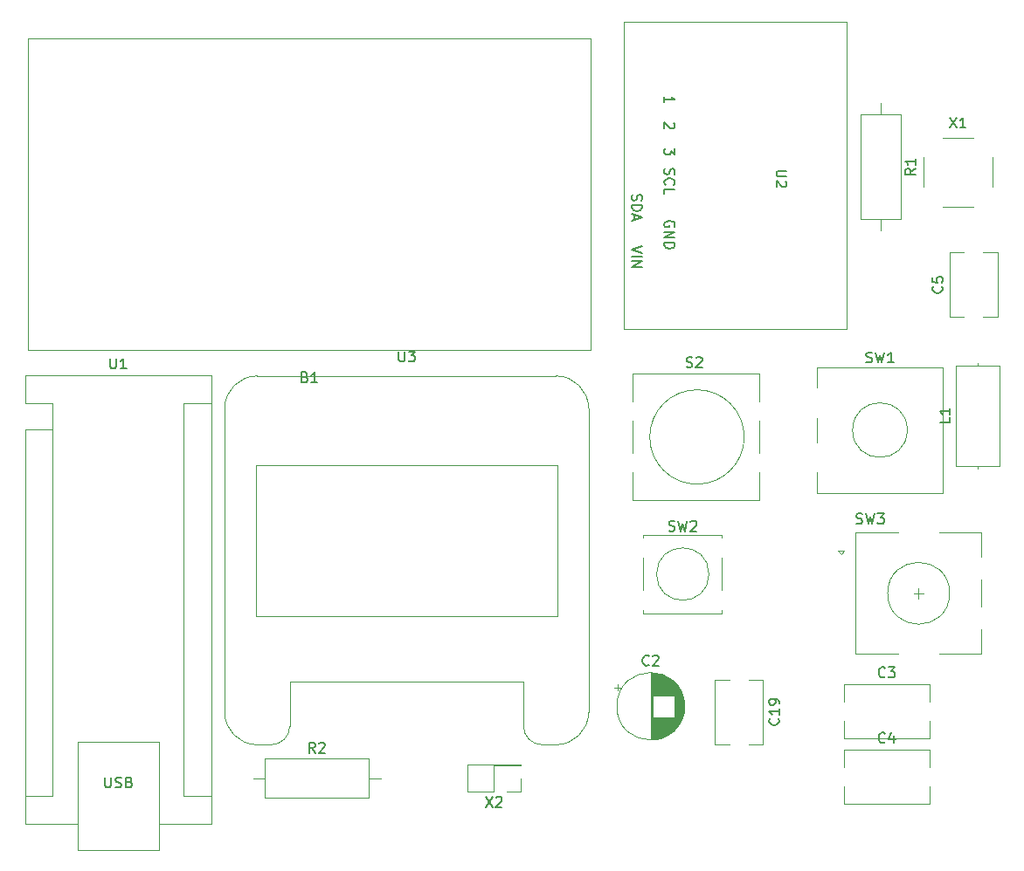
<source format=gbr>
%TF.GenerationSoftware,KiCad,Pcbnew,7.0.7*%
%TF.CreationDate,2023-09-11T10:40:39+02:00*%
%TF.ProjectId,Nano_vfo,4e616e6f-5f76-4666-9f2e-6b696361645f,rev?*%
%TF.SameCoordinates,Original*%
%TF.FileFunction,Legend,Top*%
%TF.FilePolarity,Positive*%
%FSLAX46Y46*%
G04 Gerber Fmt 4.6, Leading zero omitted, Abs format (unit mm)*
G04 Created by KiCad (PCBNEW 7.0.7) date 2023-09-11 10:40:39*
%MOMM*%
%LPD*%
G01*
G04 APERTURE LIST*
%ADD10C,0.150000*%
%ADD11C,0.120000*%
G04 APERTURE END LIST*
D10*
X200570180Y-45974095D02*
X199760657Y-45974095D01*
X199760657Y-45974095D02*
X199665419Y-46021714D01*
X199665419Y-46021714D02*
X199617800Y-46069333D01*
X199617800Y-46069333D02*
X199570180Y-46164571D01*
X199570180Y-46164571D02*
X199570180Y-46355047D01*
X199570180Y-46355047D02*
X199617800Y-46450285D01*
X199617800Y-46450285D02*
X199665419Y-46497904D01*
X199665419Y-46497904D02*
X199760657Y-46545523D01*
X199760657Y-46545523D02*
X200570180Y-46545523D01*
X200474942Y-46974095D02*
X200522561Y-47021714D01*
X200522561Y-47021714D02*
X200570180Y-47116952D01*
X200570180Y-47116952D02*
X200570180Y-47355047D01*
X200570180Y-47355047D02*
X200522561Y-47450285D01*
X200522561Y-47450285D02*
X200474942Y-47497904D01*
X200474942Y-47497904D02*
X200379704Y-47545523D01*
X200379704Y-47545523D02*
X200284466Y-47545523D01*
X200284466Y-47545523D02*
X200141609Y-47497904D01*
X200141609Y-47497904D02*
X199570180Y-46926476D01*
X199570180Y-46926476D02*
X199570180Y-47545523D01*
X189725180Y-43802541D02*
X189725180Y-44421588D01*
X189725180Y-44421588D02*
X189344228Y-44088255D01*
X189344228Y-44088255D02*
X189344228Y-44231112D01*
X189344228Y-44231112D02*
X189296609Y-44326350D01*
X189296609Y-44326350D02*
X189248990Y-44373969D01*
X189248990Y-44373969D02*
X189153752Y-44421588D01*
X189153752Y-44421588D02*
X188915657Y-44421588D01*
X188915657Y-44421588D02*
X188820419Y-44373969D01*
X188820419Y-44373969D02*
X188772800Y-44326350D01*
X188772800Y-44326350D02*
X188725180Y-44231112D01*
X188725180Y-44231112D02*
X188725180Y-43945398D01*
X188725180Y-43945398D02*
X188772800Y-43850160D01*
X188772800Y-43850160D02*
X188820419Y-43802541D01*
X185597800Y-48295160D02*
X185550180Y-48438017D01*
X185550180Y-48438017D02*
X185550180Y-48676112D01*
X185550180Y-48676112D02*
X185597800Y-48771350D01*
X185597800Y-48771350D02*
X185645419Y-48818969D01*
X185645419Y-48818969D02*
X185740657Y-48866588D01*
X185740657Y-48866588D02*
X185835895Y-48866588D01*
X185835895Y-48866588D02*
X185931133Y-48818969D01*
X185931133Y-48818969D02*
X185978752Y-48771350D01*
X185978752Y-48771350D02*
X186026371Y-48676112D01*
X186026371Y-48676112D02*
X186073990Y-48485636D01*
X186073990Y-48485636D02*
X186121609Y-48390398D01*
X186121609Y-48390398D02*
X186169228Y-48342779D01*
X186169228Y-48342779D02*
X186264466Y-48295160D01*
X186264466Y-48295160D02*
X186359704Y-48295160D01*
X186359704Y-48295160D02*
X186454942Y-48342779D01*
X186454942Y-48342779D02*
X186502561Y-48390398D01*
X186502561Y-48390398D02*
X186550180Y-48485636D01*
X186550180Y-48485636D02*
X186550180Y-48723731D01*
X186550180Y-48723731D02*
X186502561Y-48866588D01*
X185550180Y-49295160D02*
X186550180Y-49295160D01*
X186550180Y-49295160D02*
X186550180Y-49533255D01*
X186550180Y-49533255D02*
X186502561Y-49676112D01*
X186502561Y-49676112D02*
X186407323Y-49771350D01*
X186407323Y-49771350D02*
X186312085Y-49818969D01*
X186312085Y-49818969D02*
X186121609Y-49866588D01*
X186121609Y-49866588D02*
X185978752Y-49866588D01*
X185978752Y-49866588D02*
X185788276Y-49818969D01*
X185788276Y-49818969D02*
X185693038Y-49771350D01*
X185693038Y-49771350D02*
X185597800Y-49676112D01*
X185597800Y-49676112D02*
X185550180Y-49533255D01*
X185550180Y-49533255D02*
X185550180Y-49295160D01*
X185835895Y-50247541D02*
X185835895Y-50723731D01*
X185550180Y-50152303D02*
X186550180Y-50485636D01*
X186550180Y-50485636D02*
X185550180Y-50818969D01*
X186550180Y-53279922D02*
X185550180Y-53613255D01*
X185550180Y-53613255D02*
X186550180Y-53946588D01*
X185550180Y-54279922D02*
X186550180Y-54279922D01*
X185550180Y-54756112D02*
X186550180Y-54756112D01*
X186550180Y-54756112D02*
X185550180Y-55327540D01*
X185550180Y-55327540D02*
X186550180Y-55327540D01*
X188725180Y-39341588D02*
X188725180Y-38770160D01*
X188725180Y-39055874D02*
X189725180Y-39055874D01*
X189725180Y-39055874D02*
X189582323Y-38960636D01*
X189582323Y-38960636D02*
X189487085Y-38865398D01*
X189487085Y-38865398D02*
X189439466Y-38770160D01*
X189629942Y-41310160D02*
X189677561Y-41357779D01*
X189677561Y-41357779D02*
X189725180Y-41453017D01*
X189725180Y-41453017D02*
X189725180Y-41691112D01*
X189725180Y-41691112D02*
X189677561Y-41786350D01*
X189677561Y-41786350D02*
X189629942Y-41833969D01*
X189629942Y-41833969D02*
X189534704Y-41881588D01*
X189534704Y-41881588D02*
X189439466Y-41881588D01*
X189439466Y-41881588D02*
X189296609Y-41833969D01*
X189296609Y-41833969D02*
X188725180Y-41262541D01*
X188725180Y-41262541D02*
X188725180Y-41881588D01*
X189677561Y-51406588D02*
X189725180Y-51311350D01*
X189725180Y-51311350D02*
X189725180Y-51168493D01*
X189725180Y-51168493D02*
X189677561Y-51025636D01*
X189677561Y-51025636D02*
X189582323Y-50930398D01*
X189582323Y-50930398D02*
X189487085Y-50882779D01*
X189487085Y-50882779D02*
X189296609Y-50835160D01*
X189296609Y-50835160D02*
X189153752Y-50835160D01*
X189153752Y-50835160D02*
X188963276Y-50882779D01*
X188963276Y-50882779D02*
X188868038Y-50930398D01*
X188868038Y-50930398D02*
X188772800Y-51025636D01*
X188772800Y-51025636D02*
X188725180Y-51168493D01*
X188725180Y-51168493D02*
X188725180Y-51263731D01*
X188725180Y-51263731D02*
X188772800Y-51406588D01*
X188772800Y-51406588D02*
X188820419Y-51454207D01*
X188820419Y-51454207D02*
X189153752Y-51454207D01*
X189153752Y-51454207D02*
X189153752Y-51263731D01*
X188725180Y-51882779D02*
X189725180Y-51882779D01*
X189725180Y-51882779D02*
X188725180Y-52454207D01*
X188725180Y-52454207D02*
X189725180Y-52454207D01*
X188725180Y-52930398D02*
X189725180Y-52930398D01*
X189725180Y-52930398D02*
X189725180Y-53168493D01*
X189725180Y-53168493D02*
X189677561Y-53311350D01*
X189677561Y-53311350D02*
X189582323Y-53406588D01*
X189582323Y-53406588D02*
X189487085Y-53454207D01*
X189487085Y-53454207D02*
X189296609Y-53501826D01*
X189296609Y-53501826D02*
X189153752Y-53501826D01*
X189153752Y-53501826D02*
X188963276Y-53454207D01*
X188963276Y-53454207D02*
X188868038Y-53406588D01*
X188868038Y-53406588D02*
X188772800Y-53311350D01*
X188772800Y-53311350D02*
X188725180Y-53168493D01*
X188725180Y-53168493D02*
X188725180Y-52930398D01*
X188772800Y-45755160D02*
X188725180Y-45898017D01*
X188725180Y-45898017D02*
X188725180Y-46136112D01*
X188725180Y-46136112D02*
X188772800Y-46231350D01*
X188772800Y-46231350D02*
X188820419Y-46278969D01*
X188820419Y-46278969D02*
X188915657Y-46326588D01*
X188915657Y-46326588D02*
X189010895Y-46326588D01*
X189010895Y-46326588D02*
X189106133Y-46278969D01*
X189106133Y-46278969D02*
X189153752Y-46231350D01*
X189153752Y-46231350D02*
X189201371Y-46136112D01*
X189201371Y-46136112D02*
X189248990Y-45945636D01*
X189248990Y-45945636D02*
X189296609Y-45850398D01*
X189296609Y-45850398D02*
X189344228Y-45802779D01*
X189344228Y-45802779D02*
X189439466Y-45755160D01*
X189439466Y-45755160D02*
X189534704Y-45755160D01*
X189534704Y-45755160D02*
X189629942Y-45802779D01*
X189629942Y-45802779D02*
X189677561Y-45850398D01*
X189677561Y-45850398D02*
X189725180Y-45945636D01*
X189725180Y-45945636D02*
X189725180Y-46183731D01*
X189725180Y-46183731D02*
X189677561Y-46326588D01*
X188820419Y-47326588D02*
X188772800Y-47278969D01*
X188772800Y-47278969D02*
X188725180Y-47136112D01*
X188725180Y-47136112D02*
X188725180Y-47040874D01*
X188725180Y-47040874D02*
X188772800Y-46898017D01*
X188772800Y-46898017D02*
X188868038Y-46802779D01*
X188868038Y-46802779D02*
X188963276Y-46755160D01*
X188963276Y-46755160D02*
X189153752Y-46707541D01*
X189153752Y-46707541D02*
X189296609Y-46707541D01*
X189296609Y-46707541D02*
X189487085Y-46755160D01*
X189487085Y-46755160D02*
X189582323Y-46802779D01*
X189582323Y-46802779D02*
X189677561Y-46898017D01*
X189677561Y-46898017D02*
X189725180Y-47040874D01*
X189725180Y-47040874D02*
X189725180Y-47136112D01*
X189725180Y-47136112D02*
X189677561Y-47278969D01*
X189677561Y-47278969D02*
X189629942Y-47326588D01*
X188725180Y-48231350D02*
X188725180Y-47755160D01*
X188725180Y-47755160D02*
X189725180Y-47755160D01*
X216409819Y-69889666D02*
X216409819Y-70365856D01*
X216409819Y-70365856D02*
X215409819Y-70365856D01*
X216409819Y-69032523D02*
X216409819Y-69603951D01*
X216409819Y-69318237D02*
X215409819Y-69318237D01*
X215409819Y-69318237D02*
X215552676Y-69413475D01*
X215552676Y-69413475D02*
X215647914Y-69508713D01*
X215647914Y-69508713D02*
X215695533Y-69603951D01*
X210098333Y-101384580D02*
X210050714Y-101432200D01*
X210050714Y-101432200D02*
X209907857Y-101479819D01*
X209907857Y-101479819D02*
X209812619Y-101479819D01*
X209812619Y-101479819D02*
X209669762Y-101432200D01*
X209669762Y-101432200D02*
X209574524Y-101336961D01*
X209574524Y-101336961D02*
X209526905Y-101241723D01*
X209526905Y-101241723D02*
X209479286Y-101051247D01*
X209479286Y-101051247D02*
X209479286Y-100908390D01*
X209479286Y-100908390D02*
X209526905Y-100717914D01*
X209526905Y-100717914D02*
X209574524Y-100622676D01*
X209574524Y-100622676D02*
X209669762Y-100527438D01*
X209669762Y-100527438D02*
X209812619Y-100479819D01*
X209812619Y-100479819D02*
X209907857Y-100479819D01*
X209907857Y-100479819D02*
X210050714Y-100527438D01*
X210050714Y-100527438D02*
X210098333Y-100575057D01*
X210955476Y-100813152D02*
X210955476Y-101479819D01*
X210717381Y-100432200D02*
X210479286Y-101146485D01*
X210479286Y-101146485D02*
X211098333Y-101146485D01*
X199770580Y-99107857D02*
X199818200Y-99155476D01*
X199818200Y-99155476D02*
X199865819Y-99298333D01*
X199865819Y-99298333D02*
X199865819Y-99393571D01*
X199865819Y-99393571D02*
X199818200Y-99536428D01*
X199818200Y-99536428D02*
X199722961Y-99631666D01*
X199722961Y-99631666D02*
X199627723Y-99679285D01*
X199627723Y-99679285D02*
X199437247Y-99726904D01*
X199437247Y-99726904D02*
X199294390Y-99726904D01*
X199294390Y-99726904D02*
X199103914Y-99679285D01*
X199103914Y-99679285D02*
X199008676Y-99631666D01*
X199008676Y-99631666D02*
X198913438Y-99536428D01*
X198913438Y-99536428D02*
X198865819Y-99393571D01*
X198865819Y-99393571D02*
X198865819Y-99298333D01*
X198865819Y-99298333D02*
X198913438Y-99155476D01*
X198913438Y-99155476D02*
X198961057Y-99107857D01*
X199865819Y-98155476D02*
X199865819Y-98726904D01*
X199865819Y-98441190D02*
X198865819Y-98441190D01*
X198865819Y-98441190D02*
X199008676Y-98536428D01*
X199008676Y-98536428D02*
X199103914Y-98631666D01*
X199103914Y-98631666D02*
X199151533Y-98726904D01*
X199865819Y-97679285D02*
X199865819Y-97488809D01*
X199865819Y-97488809D02*
X199818200Y-97393571D01*
X199818200Y-97393571D02*
X199770580Y-97345952D01*
X199770580Y-97345952D02*
X199627723Y-97250714D01*
X199627723Y-97250714D02*
X199437247Y-97203095D01*
X199437247Y-97203095D02*
X199056295Y-97203095D01*
X199056295Y-97203095D02*
X198961057Y-97250714D01*
X198961057Y-97250714D02*
X198913438Y-97298333D01*
X198913438Y-97298333D02*
X198865819Y-97393571D01*
X198865819Y-97393571D02*
X198865819Y-97584047D01*
X198865819Y-97584047D02*
X198913438Y-97679285D01*
X198913438Y-97679285D02*
X198961057Y-97726904D01*
X198961057Y-97726904D02*
X199056295Y-97774523D01*
X199056295Y-97774523D02*
X199294390Y-97774523D01*
X199294390Y-97774523D02*
X199389628Y-97726904D01*
X199389628Y-97726904D02*
X199437247Y-97679285D01*
X199437247Y-97679285D02*
X199484866Y-97584047D01*
X199484866Y-97584047D02*
X199484866Y-97393571D01*
X199484866Y-97393571D02*
X199437247Y-97298333D01*
X199437247Y-97298333D02*
X199389628Y-97250714D01*
X199389628Y-97250714D02*
X199294390Y-97203095D01*
X210098333Y-95034580D02*
X210050714Y-95082200D01*
X210050714Y-95082200D02*
X209907857Y-95129819D01*
X209907857Y-95129819D02*
X209812619Y-95129819D01*
X209812619Y-95129819D02*
X209669762Y-95082200D01*
X209669762Y-95082200D02*
X209574524Y-94986961D01*
X209574524Y-94986961D02*
X209526905Y-94891723D01*
X209526905Y-94891723D02*
X209479286Y-94701247D01*
X209479286Y-94701247D02*
X209479286Y-94558390D01*
X209479286Y-94558390D02*
X209526905Y-94367914D01*
X209526905Y-94367914D02*
X209574524Y-94272676D01*
X209574524Y-94272676D02*
X209669762Y-94177438D01*
X209669762Y-94177438D02*
X209812619Y-94129819D01*
X209812619Y-94129819D02*
X209907857Y-94129819D01*
X209907857Y-94129819D02*
X210050714Y-94177438D01*
X210050714Y-94177438D02*
X210098333Y-94225057D01*
X210431667Y-94129819D02*
X211050714Y-94129819D01*
X211050714Y-94129819D02*
X210717381Y-94510771D01*
X210717381Y-94510771D02*
X210860238Y-94510771D01*
X210860238Y-94510771D02*
X210955476Y-94558390D01*
X210955476Y-94558390D02*
X211003095Y-94606009D01*
X211003095Y-94606009D02*
X211050714Y-94701247D01*
X211050714Y-94701247D02*
X211050714Y-94939342D01*
X211050714Y-94939342D02*
X211003095Y-95034580D01*
X211003095Y-95034580D02*
X210955476Y-95082200D01*
X210955476Y-95082200D02*
X210860238Y-95129819D01*
X210860238Y-95129819D02*
X210574524Y-95129819D01*
X210574524Y-95129819D02*
X210479286Y-95082200D01*
X210479286Y-95082200D02*
X210431667Y-95034580D01*
X153900238Y-65971009D02*
X154043095Y-66018628D01*
X154043095Y-66018628D02*
X154090714Y-66066247D01*
X154090714Y-66066247D02*
X154138333Y-66161485D01*
X154138333Y-66161485D02*
X154138333Y-66304342D01*
X154138333Y-66304342D02*
X154090714Y-66399580D01*
X154090714Y-66399580D02*
X154043095Y-66447200D01*
X154043095Y-66447200D02*
X153947857Y-66494819D01*
X153947857Y-66494819D02*
X153566905Y-66494819D01*
X153566905Y-66494819D02*
X153566905Y-65494819D01*
X153566905Y-65494819D02*
X153900238Y-65494819D01*
X153900238Y-65494819D02*
X153995476Y-65542438D01*
X153995476Y-65542438D02*
X154043095Y-65590057D01*
X154043095Y-65590057D02*
X154090714Y-65685295D01*
X154090714Y-65685295D02*
X154090714Y-65780533D01*
X154090714Y-65780533D02*
X154043095Y-65875771D01*
X154043095Y-65875771D02*
X153995476Y-65923390D01*
X153995476Y-65923390D02*
X153900238Y-65971009D01*
X153900238Y-65971009D02*
X153566905Y-65971009D01*
X155090714Y-66494819D02*
X154519286Y-66494819D01*
X154805000Y-66494819D02*
X154805000Y-65494819D01*
X154805000Y-65494819D02*
X154709762Y-65637676D01*
X154709762Y-65637676D02*
X154614524Y-65732914D01*
X154614524Y-65732914D02*
X154519286Y-65780533D01*
X162983095Y-63482819D02*
X162983095Y-64292342D01*
X162983095Y-64292342D02*
X163030714Y-64387580D01*
X163030714Y-64387580D02*
X163078333Y-64435200D01*
X163078333Y-64435200D02*
X163173571Y-64482819D01*
X163173571Y-64482819D02*
X163364047Y-64482819D01*
X163364047Y-64482819D02*
X163459285Y-64435200D01*
X163459285Y-64435200D02*
X163506904Y-64387580D01*
X163506904Y-64387580D02*
X163554523Y-64292342D01*
X163554523Y-64292342D02*
X163554523Y-63482819D01*
X163935476Y-63482819D02*
X164554523Y-63482819D01*
X164554523Y-63482819D02*
X164221190Y-63863771D01*
X164221190Y-63863771D02*
X164364047Y-63863771D01*
X164364047Y-63863771D02*
X164459285Y-63911390D01*
X164459285Y-63911390D02*
X164506904Y-63959009D01*
X164506904Y-63959009D02*
X164554523Y-64054247D01*
X164554523Y-64054247D02*
X164554523Y-64292342D01*
X164554523Y-64292342D02*
X164506904Y-64387580D01*
X164506904Y-64387580D02*
X164459285Y-64435200D01*
X164459285Y-64435200D02*
X164364047Y-64482819D01*
X164364047Y-64482819D02*
X164078333Y-64482819D01*
X164078333Y-64482819D02*
X163983095Y-64435200D01*
X163983095Y-64435200D02*
X163935476Y-64387580D01*
X171407476Y-106686819D02*
X172074142Y-107686819D01*
X172074142Y-106686819D02*
X171407476Y-107686819D01*
X172407476Y-106782057D02*
X172455095Y-106734438D01*
X172455095Y-106734438D02*
X172550333Y-106686819D01*
X172550333Y-106686819D02*
X172788428Y-106686819D01*
X172788428Y-106686819D02*
X172883666Y-106734438D01*
X172883666Y-106734438D02*
X172931285Y-106782057D01*
X172931285Y-106782057D02*
X172978904Y-106877295D01*
X172978904Y-106877295D02*
X172978904Y-106972533D01*
X172978904Y-106972533D02*
X172931285Y-107115390D01*
X172931285Y-107115390D02*
X172359857Y-107686819D01*
X172359857Y-107686819D02*
X172978904Y-107686819D01*
X189166667Y-80877200D02*
X189309524Y-80924819D01*
X189309524Y-80924819D02*
X189547619Y-80924819D01*
X189547619Y-80924819D02*
X189642857Y-80877200D01*
X189642857Y-80877200D02*
X189690476Y-80829580D01*
X189690476Y-80829580D02*
X189738095Y-80734342D01*
X189738095Y-80734342D02*
X189738095Y-80639104D01*
X189738095Y-80639104D02*
X189690476Y-80543866D01*
X189690476Y-80543866D02*
X189642857Y-80496247D01*
X189642857Y-80496247D02*
X189547619Y-80448628D01*
X189547619Y-80448628D02*
X189357143Y-80401009D01*
X189357143Y-80401009D02*
X189261905Y-80353390D01*
X189261905Y-80353390D02*
X189214286Y-80305771D01*
X189214286Y-80305771D02*
X189166667Y-80210533D01*
X189166667Y-80210533D02*
X189166667Y-80115295D01*
X189166667Y-80115295D02*
X189214286Y-80020057D01*
X189214286Y-80020057D02*
X189261905Y-79972438D01*
X189261905Y-79972438D02*
X189357143Y-79924819D01*
X189357143Y-79924819D02*
X189595238Y-79924819D01*
X189595238Y-79924819D02*
X189738095Y-79972438D01*
X190071429Y-79924819D02*
X190309524Y-80924819D01*
X190309524Y-80924819D02*
X190500000Y-80210533D01*
X190500000Y-80210533D02*
X190690476Y-80924819D01*
X190690476Y-80924819D02*
X190928572Y-79924819D01*
X191261905Y-80020057D02*
X191309524Y-79972438D01*
X191309524Y-79972438D02*
X191404762Y-79924819D01*
X191404762Y-79924819D02*
X191642857Y-79924819D01*
X191642857Y-79924819D02*
X191738095Y-79972438D01*
X191738095Y-79972438D02*
X191785714Y-80020057D01*
X191785714Y-80020057D02*
X191833333Y-80115295D01*
X191833333Y-80115295D02*
X191833333Y-80210533D01*
X191833333Y-80210533D02*
X191785714Y-80353390D01*
X191785714Y-80353390D02*
X191214286Y-80924819D01*
X191214286Y-80924819D02*
X191833333Y-80924819D01*
X207326667Y-80162200D02*
X207469524Y-80209819D01*
X207469524Y-80209819D02*
X207707619Y-80209819D01*
X207707619Y-80209819D02*
X207802857Y-80162200D01*
X207802857Y-80162200D02*
X207850476Y-80114580D01*
X207850476Y-80114580D02*
X207898095Y-80019342D01*
X207898095Y-80019342D02*
X207898095Y-79924104D01*
X207898095Y-79924104D02*
X207850476Y-79828866D01*
X207850476Y-79828866D02*
X207802857Y-79781247D01*
X207802857Y-79781247D02*
X207707619Y-79733628D01*
X207707619Y-79733628D02*
X207517143Y-79686009D01*
X207517143Y-79686009D02*
X207421905Y-79638390D01*
X207421905Y-79638390D02*
X207374286Y-79590771D01*
X207374286Y-79590771D02*
X207326667Y-79495533D01*
X207326667Y-79495533D02*
X207326667Y-79400295D01*
X207326667Y-79400295D02*
X207374286Y-79305057D01*
X207374286Y-79305057D02*
X207421905Y-79257438D01*
X207421905Y-79257438D02*
X207517143Y-79209819D01*
X207517143Y-79209819D02*
X207755238Y-79209819D01*
X207755238Y-79209819D02*
X207898095Y-79257438D01*
X208231429Y-79209819D02*
X208469524Y-80209819D01*
X208469524Y-80209819D02*
X208660000Y-79495533D01*
X208660000Y-79495533D02*
X208850476Y-80209819D01*
X208850476Y-80209819D02*
X209088572Y-79209819D01*
X209374286Y-79209819D02*
X209993333Y-79209819D01*
X209993333Y-79209819D02*
X209660000Y-79590771D01*
X209660000Y-79590771D02*
X209802857Y-79590771D01*
X209802857Y-79590771D02*
X209898095Y-79638390D01*
X209898095Y-79638390D02*
X209945714Y-79686009D01*
X209945714Y-79686009D02*
X209993333Y-79781247D01*
X209993333Y-79781247D02*
X209993333Y-80019342D01*
X209993333Y-80019342D02*
X209945714Y-80114580D01*
X209945714Y-80114580D02*
X209898095Y-80162200D01*
X209898095Y-80162200D02*
X209802857Y-80209819D01*
X209802857Y-80209819D02*
X209517143Y-80209819D01*
X209517143Y-80209819D02*
X209421905Y-80162200D01*
X209421905Y-80162200D02*
X209374286Y-80114580D01*
X208277667Y-64527200D02*
X208420524Y-64574819D01*
X208420524Y-64574819D02*
X208658619Y-64574819D01*
X208658619Y-64574819D02*
X208753857Y-64527200D01*
X208753857Y-64527200D02*
X208801476Y-64479580D01*
X208801476Y-64479580D02*
X208849095Y-64384342D01*
X208849095Y-64384342D02*
X208849095Y-64289104D01*
X208849095Y-64289104D02*
X208801476Y-64193866D01*
X208801476Y-64193866D02*
X208753857Y-64146247D01*
X208753857Y-64146247D02*
X208658619Y-64098628D01*
X208658619Y-64098628D02*
X208468143Y-64051009D01*
X208468143Y-64051009D02*
X208372905Y-64003390D01*
X208372905Y-64003390D02*
X208325286Y-63955771D01*
X208325286Y-63955771D02*
X208277667Y-63860533D01*
X208277667Y-63860533D02*
X208277667Y-63765295D01*
X208277667Y-63765295D02*
X208325286Y-63670057D01*
X208325286Y-63670057D02*
X208372905Y-63622438D01*
X208372905Y-63622438D02*
X208468143Y-63574819D01*
X208468143Y-63574819D02*
X208706238Y-63574819D01*
X208706238Y-63574819D02*
X208849095Y-63622438D01*
X209182429Y-63574819D02*
X209420524Y-64574819D01*
X209420524Y-64574819D02*
X209611000Y-63860533D01*
X209611000Y-63860533D02*
X209801476Y-64574819D01*
X209801476Y-64574819D02*
X210039572Y-63574819D01*
X210944333Y-64574819D02*
X210372905Y-64574819D01*
X210658619Y-64574819D02*
X210658619Y-63574819D01*
X210658619Y-63574819D02*
X210563381Y-63717676D01*
X210563381Y-63717676D02*
X210468143Y-63812914D01*
X210468143Y-63812914D02*
X210372905Y-63860533D01*
X213051819Y-45759666D02*
X212575628Y-46092999D01*
X213051819Y-46331094D02*
X212051819Y-46331094D01*
X212051819Y-46331094D02*
X212051819Y-45950142D01*
X212051819Y-45950142D02*
X212099438Y-45854904D01*
X212099438Y-45854904D02*
X212147057Y-45807285D01*
X212147057Y-45807285D02*
X212242295Y-45759666D01*
X212242295Y-45759666D02*
X212385152Y-45759666D01*
X212385152Y-45759666D02*
X212480390Y-45807285D01*
X212480390Y-45807285D02*
X212528009Y-45854904D01*
X212528009Y-45854904D02*
X212575628Y-45950142D01*
X212575628Y-45950142D02*
X212575628Y-46331094D01*
X213051819Y-44807285D02*
X213051819Y-45378713D01*
X213051819Y-45092999D02*
X212051819Y-45092999D01*
X212051819Y-45092999D02*
X212194676Y-45188237D01*
X212194676Y-45188237D02*
X212289914Y-45283475D01*
X212289914Y-45283475D02*
X212337533Y-45378713D01*
X190848095Y-65002200D02*
X190990952Y-65049819D01*
X190990952Y-65049819D02*
X191229047Y-65049819D01*
X191229047Y-65049819D02*
X191324285Y-65002200D01*
X191324285Y-65002200D02*
X191371904Y-64954580D01*
X191371904Y-64954580D02*
X191419523Y-64859342D01*
X191419523Y-64859342D02*
X191419523Y-64764104D01*
X191419523Y-64764104D02*
X191371904Y-64668866D01*
X191371904Y-64668866D02*
X191324285Y-64621247D01*
X191324285Y-64621247D02*
X191229047Y-64573628D01*
X191229047Y-64573628D02*
X191038571Y-64526009D01*
X191038571Y-64526009D02*
X190943333Y-64478390D01*
X190943333Y-64478390D02*
X190895714Y-64430771D01*
X190895714Y-64430771D02*
X190848095Y-64335533D01*
X190848095Y-64335533D02*
X190848095Y-64240295D01*
X190848095Y-64240295D02*
X190895714Y-64145057D01*
X190895714Y-64145057D02*
X190943333Y-64097438D01*
X190943333Y-64097438D02*
X191038571Y-64049819D01*
X191038571Y-64049819D02*
X191276666Y-64049819D01*
X191276666Y-64049819D02*
X191419523Y-64097438D01*
X191800476Y-64145057D02*
X191848095Y-64097438D01*
X191848095Y-64097438D02*
X191943333Y-64049819D01*
X191943333Y-64049819D02*
X192181428Y-64049819D01*
X192181428Y-64049819D02*
X192276666Y-64097438D01*
X192276666Y-64097438D02*
X192324285Y-64145057D01*
X192324285Y-64145057D02*
X192371904Y-64240295D01*
X192371904Y-64240295D02*
X192371904Y-64335533D01*
X192371904Y-64335533D02*
X192324285Y-64478390D01*
X192324285Y-64478390D02*
X191752857Y-65049819D01*
X191752857Y-65049819D02*
X192371904Y-65049819D01*
X154868333Y-102432819D02*
X154535000Y-101956628D01*
X154296905Y-102432819D02*
X154296905Y-101432819D01*
X154296905Y-101432819D02*
X154677857Y-101432819D01*
X154677857Y-101432819D02*
X154773095Y-101480438D01*
X154773095Y-101480438D02*
X154820714Y-101528057D01*
X154820714Y-101528057D02*
X154868333Y-101623295D01*
X154868333Y-101623295D02*
X154868333Y-101766152D01*
X154868333Y-101766152D02*
X154820714Y-101861390D01*
X154820714Y-101861390D02*
X154773095Y-101909009D01*
X154773095Y-101909009D02*
X154677857Y-101956628D01*
X154677857Y-101956628D02*
X154296905Y-101956628D01*
X155249286Y-101528057D02*
X155296905Y-101480438D01*
X155296905Y-101480438D02*
X155392143Y-101432819D01*
X155392143Y-101432819D02*
X155630238Y-101432819D01*
X155630238Y-101432819D02*
X155725476Y-101480438D01*
X155725476Y-101480438D02*
X155773095Y-101528057D01*
X155773095Y-101528057D02*
X155820714Y-101623295D01*
X155820714Y-101623295D02*
X155820714Y-101718533D01*
X155820714Y-101718533D02*
X155773095Y-101861390D01*
X155773095Y-101861390D02*
X155201667Y-102432819D01*
X155201667Y-102432819D02*
X155820714Y-102432819D01*
X187225954Y-93876580D02*
X187178335Y-93924200D01*
X187178335Y-93924200D02*
X187035478Y-93971819D01*
X187035478Y-93971819D02*
X186940240Y-93971819D01*
X186940240Y-93971819D02*
X186797383Y-93924200D01*
X186797383Y-93924200D02*
X186702145Y-93828961D01*
X186702145Y-93828961D02*
X186654526Y-93733723D01*
X186654526Y-93733723D02*
X186606907Y-93543247D01*
X186606907Y-93543247D02*
X186606907Y-93400390D01*
X186606907Y-93400390D02*
X186654526Y-93209914D01*
X186654526Y-93209914D02*
X186702145Y-93114676D01*
X186702145Y-93114676D02*
X186797383Y-93019438D01*
X186797383Y-93019438D02*
X186940240Y-92971819D01*
X186940240Y-92971819D02*
X187035478Y-92971819D01*
X187035478Y-92971819D02*
X187178335Y-93019438D01*
X187178335Y-93019438D02*
X187225954Y-93067057D01*
X187606907Y-93067057D02*
X187654526Y-93019438D01*
X187654526Y-93019438D02*
X187749764Y-92971819D01*
X187749764Y-92971819D02*
X187987859Y-92971819D01*
X187987859Y-92971819D02*
X188083097Y-93019438D01*
X188083097Y-93019438D02*
X188130716Y-93067057D01*
X188130716Y-93067057D02*
X188178335Y-93162295D01*
X188178335Y-93162295D02*
X188178335Y-93257533D01*
X188178335Y-93257533D02*
X188130716Y-93400390D01*
X188130716Y-93400390D02*
X187559288Y-93971819D01*
X187559288Y-93971819D02*
X188178335Y-93971819D01*
X135023095Y-64162819D02*
X135023095Y-64972342D01*
X135023095Y-64972342D02*
X135070714Y-65067580D01*
X135070714Y-65067580D02*
X135118333Y-65115200D01*
X135118333Y-65115200D02*
X135213571Y-65162819D01*
X135213571Y-65162819D02*
X135404047Y-65162819D01*
X135404047Y-65162819D02*
X135499285Y-65115200D01*
X135499285Y-65115200D02*
X135546904Y-65067580D01*
X135546904Y-65067580D02*
X135594523Y-64972342D01*
X135594523Y-64972342D02*
X135594523Y-64162819D01*
X136594523Y-65162819D02*
X136023095Y-65162819D01*
X136308809Y-65162819D02*
X136308809Y-64162819D01*
X136308809Y-64162819D02*
X136213571Y-64305676D01*
X136213571Y-64305676D02*
X136118333Y-64400914D01*
X136118333Y-64400914D02*
X136023095Y-64448533D01*
X134523095Y-104802819D02*
X134523095Y-105612342D01*
X134523095Y-105612342D02*
X134570714Y-105707580D01*
X134570714Y-105707580D02*
X134618333Y-105755200D01*
X134618333Y-105755200D02*
X134713571Y-105802819D01*
X134713571Y-105802819D02*
X134904047Y-105802819D01*
X134904047Y-105802819D02*
X134999285Y-105755200D01*
X134999285Y-105755200D02*
X135046904Y-105707580D01*
X135046904Y-105707580D02*
X135094523Y-105612342D01*
X135094523Y-105612342D02*
X135094523Y-104802819D01*
X135523095Y-105755200D02*
X135665952Y-105802819D01*
X135665952Y-105802819D02*
X135904047Y-105802819D01*
X135904047Y-105802819D02*
X135999285Y-105755200D01*
X135999285Y-105755200D02*
X136046904Y-105707580D01*
X136046904Y-105707580D02*
X136094523Y-105612342D01*
X136094523Y-105612342D02*
X136094523Y-105517104D01*
X136094523Y-105517104D02*
X136046904Y-105421866D01*
X136046904Y-105421866D02*
X135999285Y-105374247D01*
X135999285Y-105374247D02*
X135904047Y-105326628D01*
X135904047Y-105326628D02*
X135713571Y-105279009D01*
X135713571Y-105279009D02*
X135618333Y-105231390D01*
X135618333Y-105231390D02*
X135570714Y-105183771D01*
X135570714Y-105183771D02*
X135523095Y-105088533D01*
X135523095Y-105088533D02*
X135523095Y-104993295D01*
X135523095Y-104993295D02*
X135570714Y-104898057D01*
X135570714Y-104898057D02*
X135618333Y-104850438D01*
X135618333Y-104850438D02*
X135713571Y-104802819D01*
X135713571Y-104802819D02*
X135951666Y-104802819D01*
X135951666Y-104802819D02*
X136094523Y-104850438D01*
X136856428Y-105279009D02*
X136999285Y-105326628D01*
X136999285Y-105326628D02*
X137046904Y-105374247D01*
X137046904Y-105374247D02*
X137094523Y-105469485D01*
X137094523Y-105469485D02*
X137094523Y-105612342D01*
X137094523Y-105612342D02*
X137046904Y-105707580D01*
X137046904Y-105707580D02*
X136999285Y-105755200D01*
X136999285Y-105755200D02*
X136904047Y-105802819D01*
X136904047Y-105802819D02*
X136523095Y-105802819D01*
X136523095Y-105802819D02*
X136523095Y-104802819D01*
X136523095Y-104802819D02*
X136856428Y-104802819D01*
X136856428Y-104802819D02*
X136951666Y-104850438D01*
X136951666Y-104850438D02*
X136999285Y-104898057D01*
X136999285Y-104898057D02*
X137046904Y-104993295D01*
X137046904Y-104993295D02*
X137046904Y-105088533D01*
X137046904Y-105088533D02*
X136999285Y-105183771D01*
X136999285Y-105183771D02*
X136951666Y-105231390D01*
X136951666Y-105231390D02*
X136856428Y-105279009D01*
X136856428Y-105279009D02*
X136523095Y-105279009D01*
X216360476Y-40805819D02*
X217027142Y-41805819D01*
X217027142Y-40805819D02*
X216360476Y-41805819D01*
X217931904Y-41805819D02*
X217360476Y-41805819D01*
X217646190Y-41805819D02*
X217646190Y-40805819D01*
X217646190Y-40805819D02*
X217550952Y-40948676D01*
X217550952Y-40948676D02*
X217455714Y-41043914D01*
X217455714Y-41043914D02*
X217360476Y-41091533D01*
X215603580Y-57189666D02*
X215651200Y-57237285D01*
X215651200Y-57237285D02*
X215698819Y-57380142D01*
X215698819Y-57380142D02*
X215698819Y-57475380D01*
X215698819Y-57475380D02*
X215651200Y-57618237D01*
X215651200Y-57618237D02*
X215555961Y-57713475D01*
X215555961Y-57713475D02*
X215460723Y-57761094D01*
X215460723Y-57761094D02*
X215270247Y-57808713D01*
X215270247Y-57808713D02*
X215127390Y-57808713D01*
X215127390Y-57808713D02*
X214936914Y-57761094D01*
X214936914Y-57761094D02*
X214841676Y-57713475D01*
X214841676Y-57713475D02*
X214746438Y-57618237D01*
X214746438Y-57618237D02*
X214698819Y-57475380D01*
X214698819Y-57475380D02*
X214698819Y-57380142D01*
X214698819Y-57380142D02*
X214746438Y-57237285D01*
X214746438Y-57237285D02*
X214794057Y-57189666D01*
X214698819Y-56284904D02*
X214698819Y-56761094D01*
X214698819Y-56761094D02*
X215175009Y-56808713D01*
X215175009Y-56808713D02*
X215127390Y-56761094D01*
X215127390Y-56761094D02*
X215079771Y-56665856D01*
X215079771Y-56665856D02*
X215079771Y-56427761D01*
X215079771Y-56427761D02*
X215127390Y-56332523D01*
X215127390Y-56332523D02*
X215175009Y-56284904D01*
X215175009Y-56284904D02*
X215270247Y-56237285D01*
X215270247Y-56237285D02*
X215508342Y-56237285D01*
X215508342Y-56237285D02*
X215603580Y-56284904D01*
X215603580Y-56284904D02*
X215651200Y-56332523D01*
X215651200Y-56332523D02*
X215698819Y-56427761D01*
X215698819Y-56427761D02*
X215698819Y-56665856D01*
X215698819Y-56665856D02*
X215651200Y-56761094D01*
X215651200Y-56761094D02*
X215603580Y-56808713D01*
D11*
%TO.C,U2*%
X206375000Y-31496000D02*
X184785000Y-31496000D01*
X184785000Y-31496000D02*
X184785000Y-61341000D01*
X184785000Y-61341000D02*
X206375000Y-61341000D01*
X206375000Y-61341000D02*
X206375000Y-31496000D01*
%TO.C,L1*%
X219075000Y-74833000D02*
X219075000Y-74593000D01*
X216955000Y-74593000D02*
X221195000Y-74593000D01*
X221195000Y-74593000D02*
X221195000Y-64853000D01*
X216955000Y-64853000D02*
X216955000Y-74593000D01*
X221195000Y-64853000D02*
X216955000Y-64853000D01*
X219075000Y-64613000D02*
X219075000Y-64853000D01*
%TO.C,C4*%
X206145000Y-102155000D02*
X206145000Y-103829000D01*
X206145000Y-102155000D02*
X214385000Y-102155000D01*
X206145000Y-105721000D02*
X206145000Y-107395000D01*
X206145000Y-107395000D02*
X214385000Y-107395000D01*
X214385000Y-102155000D02*
X214385000Y-103829000D01*
X214385000Y-105721000D02*
X214385000Y-107395000D01*
%TO.C,C19*%
X198282000Y-95345000D02*
X196886000Y-95345000D01*
X198282000Y-95345000D02*
X198282000Y-101585000D01*
X195036000Y-95345000D02*
X193640000Y-95345000D01*
X193640000Y-95345000D02*
X193640000Y-101585000D01*
X198282000Y-101585000D02*
X196886000Y-101585000D01*
X195036000Y-101585000D02*
X193640000Y-101585000D01*
%TO.C,C3*%
X206145000Y-95805000D02*
X206145000Y-97479000D01*
X206145000Y-95805000D02*
X214385000Y-95805000D01*
X206145000Y-99371000D02*
X206145000Y-101045000D01*
X206145000Y-101045000D02*
X214385000Y-101045000D01*
X214385000Y-95805000D02*
X214385000Y-97479000D01*
X214385000Y-99371000D02*
X214385000Y-101045000D01*
%TO.C,B1*%
X181575000Y-63360000D02*
X127075000Y-63360000D01*
X181575000Y-33160000D02*
X181575000Y-63360000D01*
X127075000Y-63360000D02*
X127075000Y-33160000D01*
X127075000Y-33160000D02*
X181575000Y-33160000D01*
%TO.C,U3*%
X146109000Y-69028000D02*
X146109000Y-98492000D01*
X149157000Y-74506000D02*
X149157000Y-89204000D01*
X149157000Y-74506000D02*
X178333000Y-74506000D01*
X149157000Y-89204000D02*
X178333000Y-89204000D01*
X150617000Y-101650000D02*
X149265000Y-101650000D01*
X152425000Y-95554000D02*
X152425000Y-99842000D01*
X152425000Y-95554000D02*
X175065000Y-95554000D01*
X175065000Y-95554000D02*
X175065000Y-99842000D01*
X176873000Y-101650000D02*
X178225000Y-101650000D01*
X178223000Y-65870000D02*
X149267000Y-65870000D01*
X178333000Y-74506000D02*
X178333000Y-89204000D01*
X181381000Y-69028000D02*
X181381000Y-98492000D01*
X149267000Y-65870000D02*
G75*
G03*
X146109000Y-69028000I1J-3158001D01*
G01*
X146109000Y-98492000D02*
G75*
G03*
X149267000Y-101650000I3158001J1D01*
G01*
X150619000Y-101650000D02*
G75*
G03*
X152425000Y-99840000I-2000J1808000D01*
G01*
X175065000Y-99840000D02*
G75*
G03*
X176871000Y-101650000I1808000J-2000D01*
G01*
X181381000Y-69028000D02*
G75*
G03*
X178223000Y-65870000I-3158000J0D01*
G01*
X178223000Y-101650000D02*
G75*
G03*
X181381000Y-98492000I0J3158000D01*
G01*
%TO.C,X2*%
X174817000Y-106232000D02*
X173487000Y-106232000D01*
X174817000Y-104902000D02*
X174817000Y-106232000D01*
X174817000Y-103632000D02*
X174817000Y-103572000D01*
X174817000Y-103632000D02*
X172217000Y-103632000D01*
X174817000Y-103572000D02*
X169617000Y-103572000D01*
X172217000Y-106232000D02*
X169617000Y-106232000D01*
X172217000Y-103632000D02*
X172217000Y-106232000D01*
X169617000Y-106232000D02*
X169617000Y-103572000D01*
%TO.C,SW2*%
X186690000Y-81280000D02*
X186690000Y-81580000D01*
X186690000Y-81280000D02*
X194310000Y-81280000D01*
X186690000Y-83520000D02*
X186690000Y-86660000D01*
X186690000Y-88600000D02*
X186690000Y-88900000D01*
X194310000Y-81280000D02*
X194310000Y-81580000D01*
X194310000Y-83520000D02*
X194310000Y-86660000D01*
X194310000Y-88600000D02*
X194310000Y-88900000D01*
X194310000Y-88900000D02*
X186690000Y-88900000D01*
X193040000Y-85090000D02*
G75*
G03*
X193040000Y-85090000I-2540000J0D01*
G01*
%TO.C,SW3*%
X205560000Y-82855000D02*
X206160000Y-82855000D01*
X205860000Y-83155000D02*
X205560000Y-82855000D01*
X206160000Y-82855000D02*
X205860000Y-83155000D01*
X207260000Y-81055000D02*
X207260000Y-92855000D01*
X211360000Y-81055000D02*
X207260000Y-81055000D01*
X211360000Y-92855000D02*
X207260000Y-92855000D01*
X212860000Y-86955000D02*
X213860000Y-86955000D01*
X213360000Y-86455000D02*
X213360000Y-87455000D01*
X215360000Y-81055000D02*
X219460000Y-81055000D01*
X219460000Y-81055000D02*
X219460000Y-83455000D01*
X219460000Y-85655000D02*
X219460000Y-88255000D01*
X219460000Y-90455000D02*
X219460000Y-92855000D01*
X219460000Y-92855000D02*
X215360000Y-92855000D01*
X216360000Y-86955000D02*
G75*
G03*
X216360000Y-86955000I-3000000J0D01*
G01*
%TO.C,SW1*%
X203511000Y-65020000D02*
X215711000Y-65020000D01*
X203511000Y-67010000D02*
X203511000Y-65020000D01*
X203511000Y-69930000D02*
X203511000Y-72310000D01*
X203511000Y-77220000D02*
X203511000Y-75230000D01*
X215711000Y-65020000D02*
X215711000Y-77220000D01*
X215711000Y-77220000D02*
X203511000Y-77220000D01*
X212261000Y-71120000D02*
G75*
G03*
X212261000Y-71120000I-2650000J0D01*
G01*
%TO.C,R1*%
X209677000Y-39413000D02*
X209677000Y-40523000D01*
X211597000Y-40523000D02*
X207757000Y-40523000D01*
X207757000Y-40523000D02*
X207757000Y-50663000D01*
X211597000Y-50663000D02*
X211597000Y-40523000D01*
X207757000Y-50663000D02*
X211597000Y-50663000D01*
X209677000Y-51773000D02*
X209677000Y-50663000D01*
%TO.C,S2*%
X185630000Y-65605000D02*
X197930000Y-65605000D01*
X185630000Y-68325000D02*
X185630000Y-65605000D01*
X185630000Y-73325000D02*
X185630000Y-70185000D01*
X185630000Y-77905000D02*
X185630000Y-75185000D01*
X197930000Y-65605000D02*
X197930000Y-68325000D01*
X197930000Y-70185000D02*
X197930000Y-73325000D01*
X197930000Y-75185000D02*
X197930000Y-77905000D01*
X197930000Y-77905000D02*
X185630000Y-77905000D01*
X196459050Y-71795000D02*
G75*
G03*
X196459050Y-71795000I-4579050J0D01*
G01*
%TO.C,R2*%
X148855000Y-104898000D02*
X149965000Y-104898000D01*
X149965000Y-102978000D02*
X149965000Y-106818000D01*
X149965000Y-106818000D02*
X160105000Y-106818000D01*
X160105000Y-102978000D02*
X149965000Y-102978000D01*
X160105000Y-106818000D02*
X160105000Y-102978000D01*
X161215000Y-104898000D02*
X160105000Y-104898000D01*
%TO.C,C2*%
X183892380Y-96078000D02*
X184522380Y-96078000D01*
X184207380Y-95763000D02*
X184207380Y-96393000D01*
X187392621Y-94687000D02*
X187392621Y-101147000D01*
X187432621Y-94687000D02*
X187432621Y-101147000D01*
X187472621Y-94687000D02*
X187472621Y-101147000D01*
X187512621Y-94689000D02*
X187512621Y-101145000D01*
X187552621Y-94690000D02*
X187552621Y-101144000D01*
X187592621Y-94693000D02*
X187592621Y-101141000D01*
X187632621Y-94695000D02*
X187632621Y-96877000D01*
X187632621Y-98957000D02*
X187632621Y-101139000D01*
X187672621Y-94699000D02*
X187672621Y-96877000D01*
X187672621Y-98957000D02*
X187672621Y-101135000D01*
X187712621Y-94702000D02*
X187712621Y-96877000D01*
X187712621Y-98957000D02*
X187712621Y-101132000D01*
X187752621Y-94706000D02*
X187752621Y-96877000D01*
X187752621Y-98957000D02*
X187752621Y-101128000D01*
X187792621Y-94711000D02*
X187792621Y-96877000D01*
X187792621Y-98957000D02*
X187792621Y-101123000D01*
X187832621Y-94716000D02*
X187832621Y-96877000D01*
X187832621Y-98957000D02*
X187832621Y-101118000D01*
X187872621Y-94722000D02*
X187872621Y-96877000D01*
X187872621Y-98957000D02*
X187872621Y-101112000D01*
X187912621Y-94728000D02*
X187912621Y-96877000D01*
X187912621Y-98957000D02*
X187912621Y-101106000D01*
X187952621Y-94735000D02*
X187952621Y-96877000D01*
X187952621Y-98957000D02*
X187952621Y-101099000D01*
X187992621Y-94742000D02*
X187992621Y-96877000D01*
X187992621Y-98957000D02*
X187992621Y-101092000D01*
X188032621Y-94750000D02*
X188032621Y-96877000D01*
X188032621Y-98957000D02*
X188032621Y-101084000D01*
X188072621Y-94758000D02*
X188072621Y-96877000D01*
X188072621Y-98957000D02*
X188072621Y-101076000D01*
X188113621Y-94767000D02*
X188113621Y-96877000D01*
X188113621Y-98957000D02*
X188113621Y-101067000D01*
X188153621Y-94776000D02*
X188153621Y-96877000D01*
X188153621Y-98957000D02*
X188153621Y-101058000D01*
X188193621Y-94786000D02*
X188193621Y-96877000D01*
X188193621Y-98957000D02*
X188193621Y-101048000D01*
X188233621Y-94796000D02*
X188233621Y-96877000D01*
X188233621Y-98957000D02*
X188233621Y-101038000D01*
X188273621Y-94807000D02*
X188273621Y-96877000D01*
X188273621Y-98957000D02*
X188273621Y-101027000D01*
X188313621Y-94819000D02*
X188313621Y-96877000D01*
X188313621Y-98957000D02*
X188313621Y-101015000D01*
X188353621Y-94831000D02*
X188353621Y-96877000D01*
X188353621Y-98957000D02*
X188353621Y-101003000D01*
X188393621Y-94843000D02*
X188393621Y-96877000D01*
X188393621Y-98957000D02*
X188393621Y-100991000D01*
X188433621Y-94856000D02*
X188433621Y-96877000D01*
X188433621Y-98957000D02*
X188433621Y-100978000D01*
X188473621Y-94870000D02*
X188473621Y-96877000D01*
X188473621Y-98957000D02*
X188473621Y-100964000D01*
X188513621Y-94884000D02*
X188513621Y-96877000D01*
X188513621Y-98957000D02*
X188513621Y-100950000D01*
X188553621Y-94899000D02*
X188553621Y-96877000D01*
X188553621Y-98957000D02*
X188553621Y-100935000D01*
X188593621Y-94915000D02*
X188593621Y-96877000D01*
X188593621Y-98957000D02*
X188593621Y-100919000D01*
X188633621Y-94931000D02*
X188633621Y-96877000D01*
X188633621Y-98957000D02*
X188633621Y-100903000D01*
X188673621Y-94947000D02*
X188673621Y-96877000D01*
X188673621Y-98957000D02*
X188673621Y-100887000D01*
X188713621Y-94965000D02*
X188713621Y-96877000D01*
X188713621Y-98957000D02*
X188713621Y-100869000D01*
X188753621Y-94983000D02*
X188753621Y-96877000D01*
X188753621Y-98957000D02*
X188753621Y-100851000D01*
X188793621Y-95001000D02*
X188793621Y-96877000D01*
X188793621Y-98957000D02*
X188793621Y-100833000D01*
X188833621Y-95021000D02*
X188833621Y-96877000D01*
X188833621Y-98957000D02*
X188833621Y-100813000D01*
X188873621Y-95041000D02*
X188873621Y-96877000D01*
X188873621Y-98957000D02*
X188873621Y-100793000D01*
X188913621Y-95061000D02*
X188913621Y-96877000D01*
X188913621Y-98957000D02*
X188913621Y-100773000D01*
X188953621Y-95083000D02*
X188953621Y-96877000D01*
X188953621Y-98957000D02*
X188953621Y-100751000D01*
X188993621Y-95105000D02*
X188993621Y-96877000D01*
X188993621Y-98957000D02*
X188993621Y-100729000D01*
X189033621Y-95127000D02*
X189033621Y-96877000D01*
X189033621Y-98957000D02*
X189033621Y-100707000D01*
X189073621Y-95151000D02*
X189073621Y-96877000D01*
X189073621Y-98957000D02*
X189073621Y-100683000D01*
X189113621Y-95175000D02*
X189113621Y-96877000D01*
X189113621Y-98957000D02*
X189113621Y-100659000D01*
X189153621Y-95201000D02*
X189153621Y-96877000D01*
X189153621Y-98957000D02*
X189153621Y-100633000D01*
X189193621Y-95227000D02*
X189193621Y-96877000D01*
X189193621Y-98957000D02*
X189193621Y-100607000D01*
X189233621Y-95253000D02*
X189233621Y-96877000D01*
X189233621Y-98957000D02*
X189233621Y-100581000D01*
X189273621Y-95281000D02*
X189273621Y-96877000D01*
X189273621Y-98957000D02*
X189273621Y-100553000D01*
X189313621Y-95310000D02*
X189313621Y-96877000D01*
X189313621Y-98957000D02*
X189313621Y-100524000D01*
X189353621Y-95339000D02*
X189353621Y-96877000D01*
X189353621Y-98957000D02*
X189353621Y-100495000D01*
X189393621Y-95369000D02*
X189393621Y-96877000D01*
X189393621Y-98957000D02*
X189393621Y-100465000D01*
X189433621Y-95401000D02*
X189433621Y-96877000D01*
X189433621Y-98957000D02*
X189433621Y-100433000D01*
X189473621Y-95433000D02*
X189473621Y-96877000D01*
X189473621Y-98957000D02*
X189473621Y-100401000D01*
X189513621Y-95467000D02*
X189513621Y-96877000D01*
X189513621Y-98957000D02*
X189513621Y-100367000D01*
X189553621Y-95501000D02*
X189553621Y-96877000D01*
X189553621Y-98957000D02*
X189553621Y-100333000D01*
X189593621Y-95537000D02*
X189593621Y-96877000D01*
X189593621Y-98957000D02*
X189593621Y-100297000D01*
X189633621Y-95574000D02*
X189633621Y-96877000D01*
X189633621Y-98957000D02*
X189633621Y-100260000D01*
X189673621Y-95612000D02*
X189673621Y-96877000D01*
X189673621Y-98957000D02*
X189673621Y-100222000D01*
X189713621Y-95652000D02*
X189713621Y-100182000D01*
X189753621Y-95693000D02*
X189753621Y-100141000D01*
X189793621Y-95735000D02*
X189793621Y-100099000D01*
X189833621Y-95780000D02*
X189833621Y-100054000D01*
X189873621Y-95825000D02*
X189873621Y-100009000D01*
X189913621Y-95873000D02*
X189913621Y-99961000D01*
X189953621Y-95922000D02*
X189953621Y-99912000D01*
X189993621Y-95973000D02*
X189993621Y-99861000D01*
X190033621Y-96027000D02*
X190033621Y-99807000D01*
X190073621Y-96083000D02*
X190073621Y-99751000D01*
X190113621Y-96141000D02*
X190113621Y-99693000D01*
X190153621Y-96203000D02*
X190153621Y-99631000D01*
X190193621Y-96267000D02*
X190193621Y-99567000D01*
X190233621Y-96336000D02*
X190233621Y-99498000D01*
X190273621Y-96408000D02*
X190273621Y-99426000D01*
X190313621Y-96485000D02*
X190313621Y-99349000D01*
X190353621Y-96567000D02*
X190353621Y-99267000D01*
X190393621Y-96655000D02*
X190393621Y-99179000D01*
X190433621Y-96752000D02*
X190433621Y-99082000D01*
X190473621Y-96858000D02*
X190473621Y-98976000D01*
X190513621Y-96977000D02*
X190513621Y-98857000D01*
X190553621Y-97115000D02*
X190553621Y-98719000D01*
X190593621Y-97284000D02*
X190593621Y-98550000D01*
X190633621Y-97515000D02*
X190633621Y-98319000D01*
X190662621Y-97917000D02*
G75*
G03*
X190662621Y-97917000I-3270000J0D01*
G01*
%TO.C,U1*%
X126765000Y-65848000D02*
X126765000Y-68518000D01*
X126765000Y-71058000D02*
X126765000Y-109288000D01*
X126765000Y-109288000D02*
X131845000Y-109288000D01*
X129435000Y-68518000D02*
X126765000Y-68518000D01*
X129435000Y-71058000D02*
X126765000Y-71058000D01*
X129435000Y-71058000D02*
X129435000Y-68518000D01*
X129435000Y-71058000D02*
X129435000Y-106618000D01*
X129435000Y-106618000D02*
X126765000Y-106618000D01*
X131845000Y-101408000D02*
X139725000Y-101408000D01*
X131845000Y-111828000D02*
X131845000Y-101408000D01*
X139725000Y-101408000D02*
X139725000Y-111828000D01*
X139725000Y-111828000D02*
X131845000Y-111828000D01*
X142135000Y-68518000D02*
X142135000Y-106618000D01*
X142135000Y-68518000D02*
X144805000Y-68518000D01*
X142135000Y-106618000D02*
X144805000Y-106618000D01*
X144805000Y-65848000D02*
X126765000Y-65848000D01*
X144805000Y-109288000D02*
X139725000Y-109288000D01*
X144805000Y-109288000D02*
X144805000Y-65848000D01*
%TO.C,X1*%
X213815000Y-44651000D02*
X213815000Y-47551000D01*
X215720000Y-42746000D02*
X218620000Y-42746000D01*
X215720000Y-49456000D02*
X218620000Y-49456000D01*
X220525000Y-44651000D02*
X220525000Y-47551000D01*
%TO.C,C5*%
X216373000Y-60143000D02*
X217769000Y-60143000D01*
X216373000Y-60143000D02*
X216373000Y-53903000D01*
X219619000Y-60143000D02*
X221015000Y-60143000D01*
X221015000Y-60143000D02*
X221015000Y-53903000D01*
X216373000Y-53903000D02*
X217769000Y-53903000D01*
X219619000Y-53903000D02*
X221015000Y-53903000D01*
%TD*%
M02*

</source>
